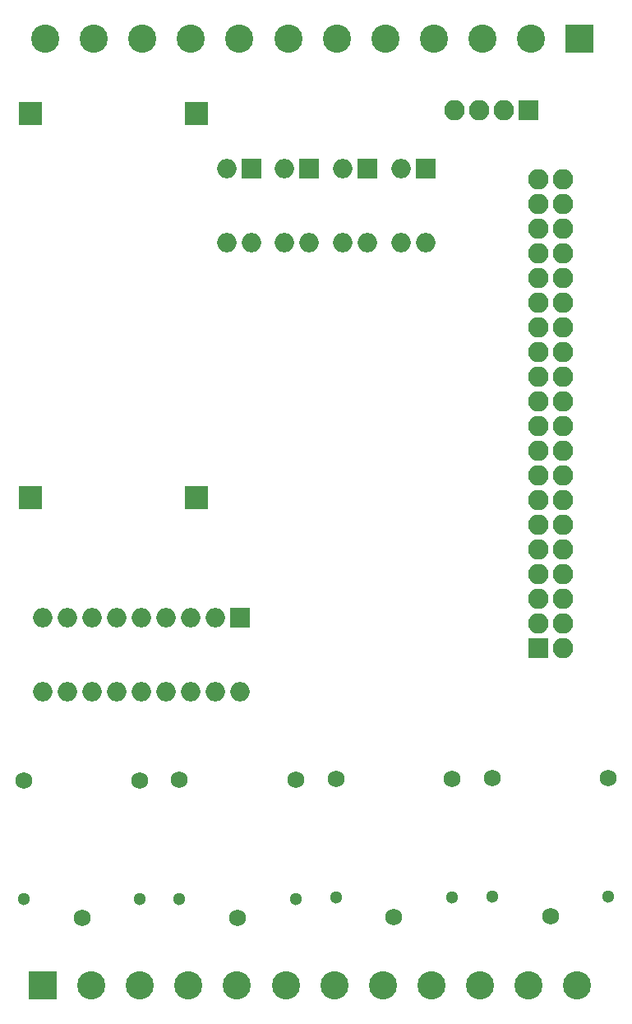
<source format=gbr>
G04 #@! TF.FileFunction,Soldermask,Bot*
%FSLAX46Y46*%
G04 Gerber Fmt 4.6, Leading zero omitted, Abs format (unit mm)*
G04 Created by KiCad (PCBNEW 4.0.6-e0-6349~53~ubuntu16.04.1) date Tue Jul  4 14:55:03 2017*
%MOMM*%
%LPD*%
G01*
G04 APERTURE LIST*
%ADD10C,0.100000*%
%ADD11R,2.398980X2.398980*%
%ADD12C,2.900000*%
%ADD13R,2.900000X2.900000*%
%ADD14R,2.100000X2.100000*%
%ADD15O,2.100000X2.100000*%
%ADD16R,2.000000X2.000000*%
%ADD17O,2.000000X2.000000*%
%ADD18C,1.750000*%
%ADD19C,1.300000*%
G04 APERTURE END LIST*
D10*
D11*
X170025000Y-33751500D03*
X152975000Y-33751500D03*
X170072500Y-73248500D03*
X152927500Y-73248500D03*
D12*
X154500000Y-26000000D03*
X159500000Y-26000000D03*
X164500000Y-26000000D03*
X169500000Y-26000000D03*
X174500000Y-26000000D03*
X179500000Y-26000000D03*
X184500000Y-26000000D03*
X189500000Y-26000000D03*
X194500000Y-26000000D03*
X199500000Y-26000000D03*
D13*
X209500000Y-26000000D03*
D12*
X204500000Y-26000000D03*
D14*
X204300000Y-33400000D03*
D15*
X201760000Y-33400000D03*
X199220000Y-33400000D03*
X196680000Y-33400000D03*
D12*
X209250000Y-123500000D03*
X204250000Y-123500000D03*
X199250000Y-123500000D03*
X194250000Y-123500000D03*
X189250000Y-123500000D03*
X184250000Y-123500000D03*
X179250000Y-123500000D03*
X174250000Y-123500000D03*
X169250000Y-123500000D03*
X164250000Y-123500000D03*
D13*
X154250000Y-123500000D03*
D12*
X159250000Y-123500000D03*
D14*
X205250000Y-88750000D03*
D15*
X207790000Y-88750000D03*
X205250000Y-86210000D03*
X207790000Y-86210000D03*
X205250000Y-83670000D03*
X207790000Y-83670000D03*
X205250000Y-81130000D03*
X207790000Y-81130000D03*
X205250000Y-78590000D03*
X207790000Y-78590000D03*
X205250000Y-76050000D03*
X207790000Y-76050000D03*
X205250000Y-73510000D03*
X207790000Y-73510000D03*
X205250000Y-70970000D03*
X207790000Y-70970000D03*
X205250000Y-68430000D03*
X207790000Y-68430000D03*
X205250000Y-65890000D03*
X207790000Y-65890000D03*
X205250000Y-63350000D03*
X207790000Y-63350000D03*
X205250000Y-60810000D03*
X207790000Y-60810000D03*
X205250000Y-58270000D03*
X207790000Y-58270000D03*
X205250000Y-55730000D03*
X207790000Y-55730000D03*
X205250000Y-53190000D03*
X207790000Y-53190000D03*
X205250000Y-50650000D03*
X207790000Y-50650000D03*
X205250000Y-48110000D03*
X207790000Y-48110000D03*
X205250000Y-45570000D03*
X207790000Y-45570000D03*
X205250000Y-43030000D03*
X207790000Y-43030000D03*
X205250000Y-40490000D03*
X207790000Y-40490000D03*
D16*
X174510000Y-85610000D03*
D17*
X154190000Y-93230000D03*
X171970000Y-85610000D03*
X156730000Y-93230000D03*
X169430000Y-85610000D03*
X159270000Y-93230000D03*
X166890000Y-85610000D03*
X161810000Y-93230000D03*
X164350000Y-85610000D03*
X164350000Y-93230000D03*
X161810000Y-85610000D03*
X166890000Y-93230000D03*
X159270000Y-85610000D03*
X169430000Y-93230000D03*
X156730000Y-85610000D03*
X171970000Y-93230000D03*
X154190000Y-85610000D03*
X174510000Y-93230000D03*
D16*
X187700000Y-39400000D03*
D17*
X185160000Y-47020000D03*
X185160000Y-39400000D03*
X187700000Y-47020000D03*
D16*
X181700000Y-39400000D03*
D17*
X179160000Y-47020000D03*
X179160000Y-39400000D03*
X181700000Y-47020000D03*
D16*
X175700000Y-39400000D03*
D17*
X173160000Y-47020000D03*
X173160000Y-39400000D03*
X175700000Y-47020000D03*
D16*
X193700000Y-39400000D03*
D17*
X191160000Y-47020000D03*
X191160000Y-39400000D03*
X193700000Y-47020000D03*
D18*
X158250000Y-116570000D03*
D19*
X152250000Y-114570000D03*
X164250000Y-114570000D03*
D18*
X164250000Y-102370000D03*
X152250000Y-102370000D03*
X174310000Y-116550000D03*
D19*
X168310000Y-114550000D03*
X180310000Y-114550000D03*
D18*
X180310000Y-102350000D03*
X168310000Y-102350000D03*
X190420000Y-116460000D03*
D19*
X184420000Y-114460000D03*
X196420000Y-114460000D03*
D18*
X196420000Y-102260000D03*
X184420000Y-102260000D03*
X206510000Y-116370000D03*
D19*
X200510000Y-114370000D03*
X212510000Y-114370000D03*
D18*
X212510000Y-102170000D03*
X200510000Y-102170000D03*
M02*

</source>
